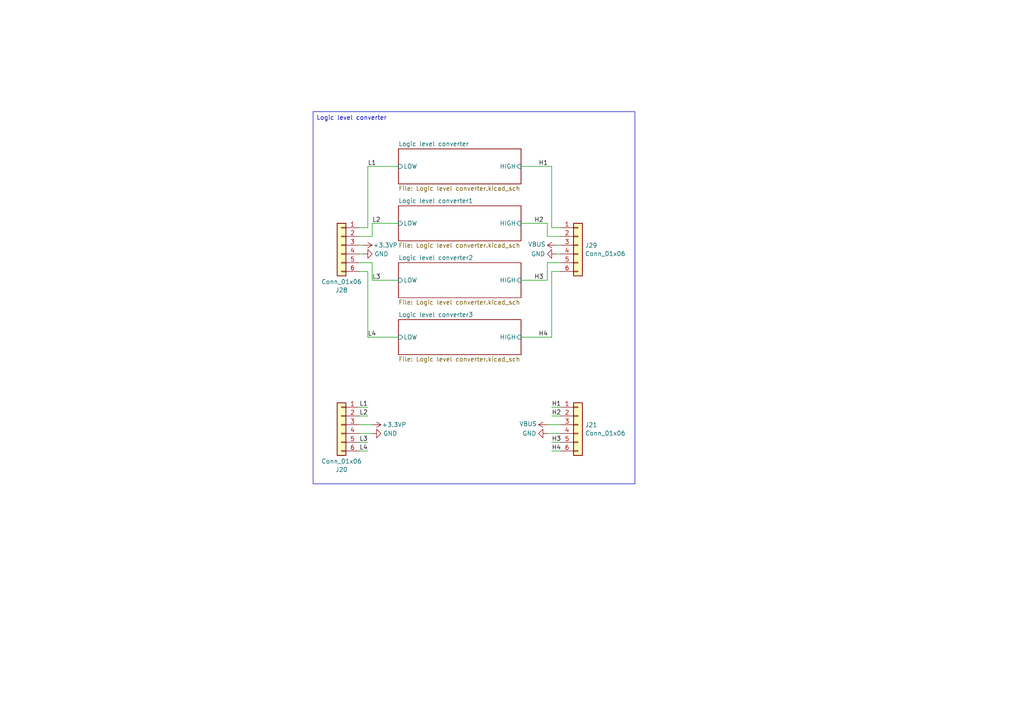
<source format=kicad_sch>
(kicad_sch (version 20250114) (generator "eeschema") (generator_version "9.0")
  (paper "A4")
  (title_block (date "2026-01-13") (rev "0.0.2") (company "KN NaMi"))
  (lib_symbols
    (symbol "Connector_Generic:Conn_01x06" (pin_names (offset 1.016) (hide yes))
      (property "Reference" "J" (at 0 7.62 0))
      (property "Value" "Conn_01x06" (at 0 -10.16 0))
      (symbol "Conn_01x06_1_1"
        (rectangle (start -1.27 6.35) (end 1.27 -8.89) (stroke (width 0.254)) (fill (type background)))
        (rectangle (start -1.27 5.207) (end 0 4.953) (stroke (width 0.1524)))
        (rectangle (start -1.27 2.667) (end 0 2.413) (stroke (width 0.1524)))
        (rectangle (start -1.27 0.127) (end 0 -0.127) (stroke (width 0.1524)))
        (rectangle (start -1.27 -2.413) (end 0 -2.667) (stroke (width 0.1524)))
        (rectangle (start -1.27 -4.953) (end 0 -5.207) (stroke (width 0.1524)))
        (rectangle (start -1.27 -7.493) (end 0 -7.747) (stroke (width 0.1524)))
        (pin passive line (at -5.08 5.08 0) (length 3.81) (name "Pin_1") (number "1"))
        (pin passive line (at -5.08 2.54 0) (length 3.81) (name "Pin_2") (number "2"))
        (pin passive line (at -5.08 0 0) (length 3.81) (name "Pin_3") (number "3"))
        (pin passive line (at -5.08 -2.54 0) (length 3.81) (name "Pin_4") (number "4"))
        (pin passive line (at -5.08 -5.08 0) (length 3.81) (name "Pin_5") (number "5"))
        (pin passive line (at -5.08 -7.62 0) (length 3.81) (name "Pin_6") (number "6"))
      )
    )
    (symbol "power:+3.3VP" (power) (pin_numbers (hide yes)) (pin_names (offset 0) (hide yes))
      (property "Value" "+3.3VP" (at 0 3.556 0))
      (symbol "+3.3VP_0_0"
        (pin power_in line (at 0 0 90) (length 0) (name "~") (number "1"))
      )
      (symbol "+3.3VP_0_1"
        (polyline (pts (xy -0.762 1.27) (xy 0 2.54)))
        (polyline (pts (xy 0 2.54) (xy 0.762 1.27)))
        (polyline (pts (xy 0 0) (xy 0 2.54)))
      )
    )
    (symbol "power:GND" (power) (pin_numbers (hide yes)) (pin_names (offset 0) (hide yes))
      (property "Value" "GND" (at 0 -3.81 0))
      (symbol "GND_0_1"
        (polyline (pts (xy 0 0) (xy 0 -1.27) (xy 1.27 -1.27) (xy 0 -2.54) (xy -1.27 -1.27) (xy 0 -1.27)))
      )
      (symbol "GND_1_1"
        (pin power_in line (at 0 0 270) (length 0) (name "~") (number "1"))
      )
    )
    (symbol "power:VBUS" (power) (pin_numbers (hide yes)) (pin_names (offset 0) (hide yes))
      (property "Value" "VBUS" (at 0 3.556 0))
      (symbol "VBUS_0_1"
        (polyline (pts (xy -0.762 1.27) (xy 0 2.54)))
        (polyline (pts (xy 0 2.54) (xy 0.762 1.27)))
        (polyline (pts (xy 0 0) (xy 0 2.54)))
      )
      (symbol "VBUS_1_1"
        (pin power_in line (at 0 0 90) (length 0) (name "~") (number "1"))
      )
    )
  )
  (text_box "Logic level converter" (at 90.805 32.385 0) (size 93.345 107.95) (margins 0.9525 0.9525 0.9525 0.9525) (effects (font (size 1.27 1.27)) (justify left top)))
  (wire (pts (xy 161.29 71.12) (xy 162.56 71.12)))
  (wire (pts (xy 158.75 81.28) (xy 158.75 76.2)))
  (wire (pts (xy 158.75 68.58) (xy 162.56 68.58)))
  (wire (pts (xy 160.02 78.74) (xy 160.02 97.79)))
  (wire (pts (xy 160.02 97.79) (xy 151.13 97.79)))
  (wire (pts (xy 107.95 64.77) (xy 115.57 64.77)))
  (wire (pts (xy 104.14 76.2) (xy 107.95 76.2)))
  (wire (pts (xy 107.95 76.2) (xy 107.95 81.28)))
  (wire (pts (xy 107.95 81.28) (xy 115.57 81.28)))
  (wire (pts (xy 160.02 130.81) (xy 162.56 130.81)))
  (wire (pts (xy 105.41 71.12) (xy 104.14 71.12)))
  (wire (pts (xy 107.95 68.58) (xy 107.95 64.77)))
  (wire (pts (xy 106.68 78.74) (xy 104.14 78.74)))
  (wire (pts (xy 160.02 66.04) (xy 162.56 66.04)))
  (wire (pts (xy 106.68 118.11) (xy 104.14 118.11)))
  (wire (pts (xy 151.13 48.26) (xy 160.02 48.26)))
  (wire (pts (xy 158.75 125.73) (xy 162.56 125.73)))
  (wire (pts (xy 107.95 125.73) (xy 104.14 125.73)))
  (wire (pts (xy 106.68 97.79) (xy 106.68 78.74)))
  (wire (pts (xy 106.68 130.81) (xy 104.14 130.81)))
  (wire (pts (xy 105.41 73.66) (xy 104.14 73.66)))
  (wire (pts (xy 106.68 66.04) (xy 104.14 66.04)))
  (wire (pts (xy 107.95 123.19) (xy 104.14 123.19)))
  (wire (pts (xy 158.75 123.19) (xy 162.56 123.19)))
  (wire (pts (xy 158.75 76.2) (xy 162.56 76.2)))
  (wire (pts (xy 160.02 48.26) (xy 160.02 66.04)))
  (wire (pts (xy 106.68 120.65) (xy 104.14 120.65)))
  (wire (pts (xy 161.29 73.66) (xy 162.56 73.66)))
  (wire (pts (xy 160.02 128.27) (xy 162.56 128.27)))
  (wire (pts (xy 106.68 48.26) (xy 106.68 66.04)))
  (wire (pts (xy 115.57 97.79) (xy 106.68 97.79)))
  (wire (pts (xy 158.75 64.77) (xy 158.75 68.58)))
  (wire (pts (xy 151.13 64.77) (xy 158.75 64.77)))
  (wire (pts (xy 160.02 78.74) (xy 162.56 78.74)))
  (wire (pts (xy 160.02 120.65) (xy 162.56 120.65)))
  (wire (pts (xy 104.14 68.58) (xy 107.95 68.58)))
  (wire (pts (xy 115.57 48.26) (xy 106.68 48.26)))
  (wire (pts (xy 151.13 81.28) (xy 158.75 81.28)))
  (wire (pts (xy 160.02 118.11) (xy 162.56 118.11)))
  (wire (pts (xy 106.68 128.27) (xy 104.14 128.27)))
  (label "L2" (at 106.68 120.65 180))
  (label "L1" (at 106.68 48.26 0))
  (label "L3" (at 106.68 128.27 180))
  (label "H3" (at 154.94 81.28 0))
  (label "L1" (at 106.68 118.11 180))
  (label "L4" (at 106.68 130.81 180))
  (label "L2" (at 107.95 64.77 0))
  (label "H4" (at 156.21 97.79 0))
  (label "L4" (at 106.68 97.79 0))
  (label "H2" (at 160.02 120.65 0))
  (label "L3" (at 107.95 81.28 0))
  (label "H4" (at 160.02 130.81 0))
  (label "H3" (at 160.02 128.27 0))
  (label "H1" (at 156.21 48.26 0))
  (label "H2" (at 154.94 64.77 0))
  (label "H1" (at 160.02 118.11 0))
  (symbol (lib_id "power:+3.3VP") (at 105.41 71.12 270) (unit 1)
    (property "Reference" "#PWR0128" (effects (hide yes)))
    (property "Value" "+3.3VP" (at 111.76 71.12 90))
    (property "Description" "Power symbol creates a global label with name \"+3.3VP\"" (effects (hide yes)))
  )
  (symbol (lib_id "power:GND") (at 107.95 125.73 90) (unit 1)
    (property "Reference" "#PWR0116" (effects (hide yes)))
    (property "Value" "GND" (at 111.125 125.73 90) (effects (justify right)))
    (property "Description" "Power symbol creates a global label with name \"GND\" , ground" (effects (hide yes)))
  )
  (symbol (lib_id "power:GND") (at 158.75 125.73 270) (unit 1)
    (property "Reference" "#PWR0115" (effects (hide yes)))
    (property "Value" "GND" (at 155.5751 125.73 90) (effects (justify right)))
    (property "Description" "Power symbol creates a global label with name \"GND\" , ground" (effects (hide yes)))
  )
  (symbol (lib_id "power:GND") (at 105.41 73.66 90) (unit 1)
    (property "Reference" "#PWR0119" (effects (hide yes)))
    (property "Value" "GND" (at 108.585 73.66 90) (effects (justify right)))
    (property "Description" "Power symbol creates a global label with name \"GND\" , ground" (effects (hide yes)))
  )
  (symbol (lib_id "Connector_Generic:Conn_01x06") (at 99.06 123.19 0) (mirror y) (unit 1)
    (property "Reference" "J20" (at 99.06 136.2245 0))
    (property "Value" "Conn_01x06" (at 99.06 133.8002 0))
    (property "Footprint" "Connector_PinHeader_2.54mm:PinHeader_1x06_P2.54mm_Vertical" (effects (hide yes)))
    (property "Description" "Generic connector, single row, 01x06, script generated (kicad-library-utils/schlib/autogen/connector/)" (effects (hide yes)))
  )
  (symbol (lib_id "Connector_Generic:Conn_01x06") (at 167.64 123.19 0) (unit 1)
    (property "Reference" "J21" (at 169.672 123.2478 0) (effects (justify left)))
    (property "Value" "Conn_01x06" (at 169.672 125.6721 0) (effects (justify left)))
    (property "Footprint" "Connector_PinHeader_2.54mm:PinHeader_1x06_P2.54mm_Vertical" (effects (hide yes)))
    (property "Description" "Generic connector, single row, 01x06, script generated (kicad-library-utils/schlib/autogen/connector/)" (effects (hide yes)))
  )
  (symbol (lib_id "power:+3.3VP") (at 107.95 123.19 270) (unit 1)
    (property "Reference" "#PWR0118" (effects (hide yes)))
    (property "Value" "+3.3VP" (at 114.3 123.19 90))
    (property "Description" "Power symbol creates a global label with name \"+3.3VP\"" (effects (hide yes)))
  )
  (symbol (lib_id "power:VBUS") (at 161.29 71.12 90) (unit 1)
    (property "Reference" "#PWR0105" (effects (hide yes)))
    (property "Value" "VBUS" (at 155.702 70.866 90))
    (property "Description" "Power symbol creates a global label with name \"VBUS\"" (effects (hide yes)))
  )
  (symbol (lib_id "power:GND") (at 161.29 73.66 270) (unit 1)
    (property "Reference" "#PWR0112" (effects (hide yes)))
    (property "Value" "GND" (at 158.1151 73.66 90) (effects (justify right)))
    (property "Description" "Power symbol creates a global label with name \"GND\" , ground" (effects (hide yes)))
  )
  (symbol (lib_id "power:VBUS") (at 158.75 123.19 90) (unit 1)
    (property "Reference" "#PWR0113" (effects (hide yes)))
    (property "Value" "VBUS" (at 153.162 122.936 90))
    (property "Description" "Power symbol creates a global label with name \"VBUS\"" (effects (hide yes)))
  )
  (symbol (lib_id "Connector_Generic:Conn_01x06") (at 99.06 71.12 0) (mirror y) (unit 1)
    (property "Reference" "J28" (at 99.06 84.1545 0))
    (property "Value" "Conn_01x06" (at 99.06 81.7302 0))
    (property "Footprint" "Connector_PinHeader_2.54mm:PinHeader_1x06_P2.54mm_Vertical" (effects (hide yes)))
    (property "Description" "Generic connector, single row, 01x06, script generated (kicad-library-utils/schlib/autogen/connector/)" (effects (hide yes)))
  )
  (symbol (lib_id "Connector_Generic:Conn_01x06") (at 167.64 71.12 0) (unit 1)
    (property "Reference" "J29" (at 169.672 71.1778 0) (effects (justify left)))
    (property "Value" "Conn_01x06" (at 169.672 73.6021 0) (effects (justify left)))
    (property "Footprint" "Connector_PinHeader_2.54mm:PinHeader_1x06_P2.54mm_Vertical" (effects (hide yes)))
    (property "Description" "Generic connector, single row, 01x06, script generated (kicad-library-utils/schlib/autogen/connector/)" (effects (hide yes)))
  )
  (sheet (at 115.57 92.71) (size 35.56 10.16) (stroke (width 0.1524))
    (property "Sheetname" "Logic level converter3" (at 115.57 91.9984 0) (effects (justify left bottom)))
    (property "Sheetfile" "Logic level converter.kicad_sch" (at 115.57 103.4546 0) (effects (justify left top)))
    (pin "HIGH" input (at 151.13 97.79 0))
    (pin "LOW" input (at 115.57 97.79 180))
  )
  (sheet (at 115.57 43.18) (size 35.56 10.16) (stroke (width 0.1524))
    (property "Sheetname" "Logic level converter" (at 115.57 42.4684 0) (effects (justify left bottom)))
    (property "Sheetfile" "Logic level converter.kicad_sch" (at 115.57 53.9246 0) (effects (justify left top)))
    (pin "HIGH" input (at 151.13 48.26 0))
    (pin "LOW" input (at 115.57 48.26 180))
  )
  (sheet (at 115.57 76.2) (size 35.56 10.16) (stroke (width 0.1524))
    (property "Sheetname" "Logic level converter2" (at 115.57 75.4884 0) (effects (justify left bottom)))
    (property "Sheetfile" "Logic level converter.kicad_sch" (at 115.57 86.9446 0) (effects (justify left top)))
    (pin "HIGH" input (at 151.13 81.28 0))
    (pin "LOW" input (at 115.57 81.28 180))
  )
  (sheet (at 115.57 59.69) (size 35.56 10.16) (stroke (width 0.1524))
    (property "Sheetname" "Logic level converter1" (at 115.57 58.9784 0) (effects (justify left bottom)))
    (property "Sheetfile" "Logic level converter.kicad_sch" (at 115.57 70.4346 0) (effects (justify left top)))
    (pin "HIGH" input (at 151.13 64.77 0))
    (pin "LOW" input (at 115.57 64.77 180))
  )
)
</source>
